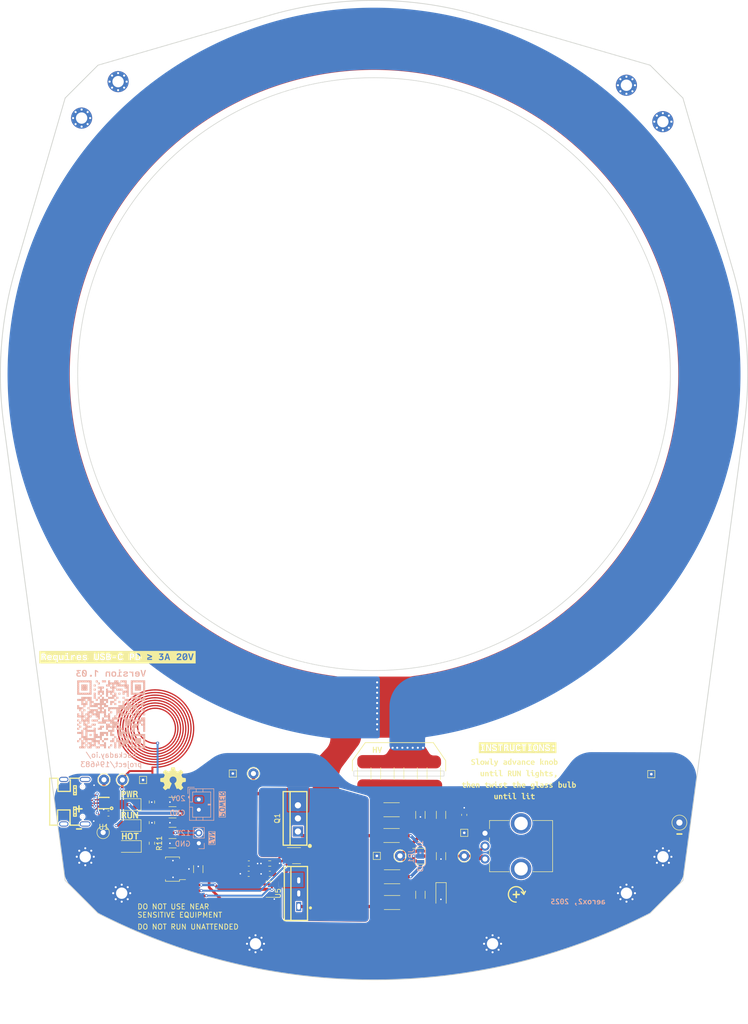
<source format=kicad_pcb>
(kicad_pcb (version 20240108) (generator "pcbnew") (generator_version "8.0")
  (title_block (title "Plasma Toroid Unified Driver") (date "2024-08-21") (rev "v1.02") (company "https://hackaday.io/project/194683") (comment 1 "sky-guided"))
  (layers (0 "F.Cu" signal) (31 "B.Cu" signal) (34 "B.Paste" user) (35 "F.Paste" user) (36 "B.SilkS" user "B.Silkscreen") (37 "F.SilkS" user "F.Silkscreen") (38 "B.Mask" user) (39 "F.Mask" user) (44 "Edge.Cuts" user))
  (net 0 "")
  (net 1 "+VDC")
  (net 2 "GND")
  (net 3 "+12V")
  (net 4 "/gate drive")
  (net 5 "Net-(D6-K)")
  (net 6 "/drain")
  (net 7 "Net-(Cp1-Pad1)")
  (net 8 "Net-(Q1-G)")
  (net 10 "Net-(D3-K)")
  (net 11 "Net-(D7-K)")
  (net 12 "+5V")
  (net 13 "Net-(D8-K)")
  (net 14 "Net-(C13-Pad1)")
  (net 15 "Net-(D5-K)")
  (net 16 "Net-(D6-A)")
  (net 18 "Net-(U4-SET)")
  (net 19 "Net-(U4-OT)")
  (net 66 "Net-(U1-D+)")
  (net 68 "Net-(U1-D-)")
  (net 69 "Net-(U1-CC1)")
  (net 70 "Net-(U1-CC2)")
  (net 73 "Net-(JP1-B)")
  (net 74 "Net-(U5-G)")
  (net 75 "Net-(JP1-A)")
  (footprint "_xenon_footprints:MountingHole_2.2mm_M2_Pad_Via_3.75mmHead" (layer "F.Cu") (at 248.96771 63.980654)
    (property "Reference" "H5" (hide yes))
    (property "Value" "MountingHole")
  )
  (footprint "kibuzzard-6619ED77" (layer "F.Cu") (at 152.69771 209.650654)
    (property "Reference" "kibuzzard-6619ED77" (hide yes))
    (property "Value" "G***" (hide yes))
  )
  (footprint "Package_TO_SOT_SMD:SOT-89-5" (layer "F.Cu") (at 160.89542 216.041308 180)
    (property "Reference" "U2" (hide yes))
    (property "Value" "XC6702")
  )
  (footprint "_capacitors:C_1808_HandSolder" (layer "F.Cu") (at 198.5 197.520654 -90)
    (property "Reference" "Cp4" (hide yes))
    (property "Value" "33pf")
  )
  (footprint "Diode_SMD:D_SOD-123" (layer "F.Cu") (at 213 221.020654 -90)
    (property "Reference" "D5" (hide yes))
    (property "Value" "4.3V")
  )
  (footprint "Capacitor_SMD:C_0603_1608Metric" (layer "F.Cu") (at 148.46771 205.250654 180)
    (property "Reference" "C1" (hide yes))
    (property "Value" "1uF")
  )
  (footprint "TestPoint:TestPoint_THTPad_D2.0mm_Drill1.0mm" (layer "F.Cu") (at 176.6 197.5)
    (property "Reference" "TP6" (hide yes))
    (property "Value" "drain")
  )
  (footprint "Resistor_SMD:R_0603_1608Metric" (layer "F.Cu") (at 156.900005 203.020654 -90)
    (property "Reference" "R4" (hide yes))
    (property "Value" "6.8k")
  )
  (footprint "Symbol:OSHW-Symbol_6.7x6mm_Copper" (layer "F.Cu") (at 160.99771 198.520654)
    (property "Reference" "SYM1" (hide yes))
    (property "Value" "Logo_Open_Hardware_Small" (hide yes))
  )
  (footprint "kibuzzard-678256E4" (layer "F.Cu") (at 228.120567 198.537993)
    (property "Reference" "kibuzzard-678256E4" (hide yes))
    (property "Value" "G***" (hide yes))
  )
  (footprint "Package_TO_SOT_SMD:SOT-23-5" (layer "F.Cu") (at 184.96021 213.430654)
    (property "Reference" "U4" (hide yes))
    (property "Value" "TMP708AIDBVR")
  )
  (footprint "_xenon_footprints:MountingHole_2.2mm_M2_Pad_Via_3.75mmHead" (layer "F.Cu") (at 176.99771 230.520654)
    (property "Reference" "H9" (hide yes))
    (property "Value" "MountingHole" (hide yes))
  )
  (footprint "TestPoint:TestPoint_THTPad_1.0x1.0mm_Drill0.5mm" (layer "F.Cu") (at 253.79771 197.620654 90)
    (property "Reference" "TPg5" (hide yes))
    (property "Value" "flash_gnd" (hide yes))
  )
  (footprint "Resistor_SMD:R_1206_3216Metric" (layer "F.Cu") (at 208.99771 221.020654 90)
    (property "Reference" "R8" (hide yes))
    (property "Value" "6.8k")
  )
  (footprint "_xenon_footprints:FEEDBACK_COIL" (layer "F.Cu") (at 157.49771 188.520654)
    (property "Reference" "L3" (hide yes))
    (property "Value" "8-turn pcb" (hide yes))
  )
  (footprint "TestPoint:TestPoint_THTPad_D2.5mm_Drill1.2mm" (layer "F.Cu") (at 259.25 207.020654)
    (property "Reference" "TPg6" (hide yes))
    (property "Value" "gnd_alt")
  )
  (footprint "kibuzzard-6619ED63" (layer "F.Cu") (at 152.61771 205.570654)
    (property "Reference" "kibuzzard-6619ED63" (hide yes))
    (property "Value" "G***" (hide yes))
  )
  (footprint "Capacitor_SMD:C_0603_1608Metric" (layer "F.Cu") (at 175.67771 216.950654 180)
    (property "Reference" "C12" (hide yes))
    (property "Value" "0.1uF")
  )
  (footprint "Capacitor_SMD:C_1206_3216Metric" (layer "F.Cu") (at 160.900005 207.020654 180)
    (property "Reference" "C10" (hide yes))
    (property "Value" "10uF")
  )
  (footprint "TestPoint:TestPoint_THTPad_1.0x1.0mm_Drill0.5mm" (layer "F.Cu") (at 200.53771 213.470654 -90)
    (property "Reference" "TPg2" (hide yes))
    (property "Value" "gate_gnd" (hide yes))
  )
  (footprint "Resistor_SMD:R_2010_5025Metric" (layer "F.Cu") (at 203.4 204.520654 180)
    (property "Reference" "Rg3" (hide yes))
    (property "Value" "10")
  )
  (footprint "kibuzzard-6637F496" (layer "F.Cu") (at 150.21771 174.930654)
    (property "Reference" "kibuzzard-6637F496" (hide yes))
    (property "Value" "G***" (hide yes))
  )
  (footprint "easyeda2kicad:TO-220-3_L10.2-W4.5-P2.54-L" (layer "F.Cu") (at 185.38771 220.760654 90)
    (property "Reference" "U5")
    (property "Value" "IV1Q12750O3")
  )
  (footprint "Resistor_SMD:R_1206_3216Metric" (layer "F.Cu") (at 212.99771 205.520654 -90)
    (property "Reference" "R10" (hide yes))
    (property "Value" "10k")
  )
  (footprint "TestPoint:TestPoint_THTPad_D2.0mm_Drill1.0mm" (layer "F.Cu") (at 147.59771 198.700654)
    (property "Reference" "TP2" (hide yes))
    (property "Value" "VDC")
  )
  (footprint "easyeda2kicad:USB-C-SMD_TYPE-C-16P-1" (layer "F.Cu") (at 142.205858 202.963453 -90)
    (property "Reference" "USB1" (hide yes))
    (property "Value" "TYPEC-304-ACP16")
  )
  (footprint "TestPoint:TestPoint_THTPad_D2.0mm_Drill1.0mm" (layer "F.Cu") (at 151.17771 198.740654 180)
    (property "Reference" "TP5" (hide yes))
    (property "Value" "feedback")
  )
  (footprint "easyeda2kicad:TO-220F-3_L10.2-W4.7-P2.54-L" (layer "F.Cu") (at 185.22771 206.200654 90)
    (property "Reference" "Q1")
    (property "Value" "NCEP02525F")
  )
  (footprint "_xenon_footprints:MountingHole_2.2mm_M2_Pad_Via_3.75mmHead" (layer "F.Cu") (at 222.99771 230.520654)
    (property "Reference" "H10" (hide yes))
    (property "Value" "MountingHole" (hide yes))
  )
  (footprint "Resistor_SMD:R_2010_5025Metric" (layer "F.Cu") (at 203.49771 217.520654 180)
    (property "Reference" "Rg1" (hide yes))
    (property "Value" "10")
  )
  (footprint "TestPoint:TestPoint_THTPad_1.0x1.0mm_Drill0.5mm" (layer "F.Cu") (at 217.5 209 180)
    (property "Reference" "TPg3" (hide yes))
    (property "Value" "bias_gnd" (hide yes))
  )
  (footprint "Capacitor_SMD:C_1206_3216Metric" (layer "F.Cu") (at 208.99771 205.520654 -90)
    (property "Reference" "C14" (hide yes))
    (property "Value" "6.8nF")
  )
  (footprint "LED_SMD:LED_1206_3216Metric" (layer "F.Cu") (at 152.54771 211.650654 180)
    (property "Reference" "D7" (hide yes))
    (property "Value" "HEAT" (hide yes))
  )
  (footprint "TestPoint:TestPoint_THTPad_D2.0mm_Drill1.0mm" (layer "F.Cu") (at 217.5 213.5 180)
    (property "Reference" "TP4" (hide yes))
    (property "Value" "bias")
  )
  (footprint "easyeda2kicad:TDFN-6_L2.0-W2.0-P0.65-TL-EP" (layer "F.Cu") (at 147.55771 203.220654 180)
    (property "Reference" "U1")
    (property "Value" "HUSB237-AA001-DN06R")
  )
  (footprint "_xenon_footprints:MountingHole_2.2mm_M2_Pad_Via_3.75mmHead" (layer "F.Cu") (at 150.33771 63.280654)
    (property "Reference" "H7" (hide yes))
    (property "Value" "MountingHole")
  )
  (footprint "kibuzzard-66C556ED" (layer "F.Cu") (at 199.99771 231.020654)
    (property "Reference" "kibuzzard-66C556ED" (hide yes))
    (property "Value" "G***" (hide yes))
  )
  (footprint "_xenon_footprints:MountingHole_2.2mm_M2_Pad_Via_3.75mmHead" (layer "F.Cu") (at 248.97771 220.710654)
    (property "Reference" "H4" (hide yes))
    (property "Value" "MountingHole" (hide yes))
  )
  (footprint "Package_TO_SOT_SMD:TSOT-23" (layer "F.Cu") (at 208.99771 213.520654)
    (property "Reference" "D8" (hide yes))
    (property "Value" "15v")
  )
  (footprint "_capacitors:C_1808_HandSolder" (layer "F.Cu") (at 207.49771 197.520654 -90)
    (property "Reference" "Cp2" (hide yes))
    (property "Value" "33pf")
  )
  (footprint "_xenon_footprints:Potentiometer_Bourns_PTV09A-1_Single_Vertical_larger_mount_holes" (layer "F.Cu") (at 221.52771 214.080654)
    (property "Reference" "RV1" (hide yes))
    (property "Value" "10k")
  )
  (footprint "Resistor_SMD:R_0603_1608Metric" (layer "F.Cu") (at 156.89771 207.020654 90)
    (property "Reference" "R9" (hide yes))
    (property "Value" "680")
  )
  (footprint "kibuzzard-66C556E1" (layer "F.Cu") (at 199.99771 233.720654)
    (property "Reference" "kibuzzard-66C556E1" (hide yes))
    (property "Value" "G***" (hide yes))
  )
  (footprint "Capacitor_SMD:C_0603_1608Metric" (layer "F.Cu") (at 179.77771 216.950654 180)
    (property "Reference" "C7" (hide yes))
    (property "Value" "1nF")
  )
  (footprint "_xenon_footprints:L_Bourns_SRR1260_nosilkscreen" (layer "F.Cu") (at 174.99771 207.020654)
    (property "Reference" "L1" (hide yes))
    (property "Value" "6.8uH")
  )
  (footprint "TestPoint:TestPoint_THTPad_D2.0mm_Drill1.0mm" (layer "F.Cu") (at 147.43771 208.930654)
    (property "Reference" "TP1" (hide yes))
    (property "Value" "GND")
  )
  (footprint "_xenon_footprints:MountingHole_2.2mm_M2_Pad_Via_3.75mmHead" (layer "F.Cu") (at 256.04771 213.650654)
    (property "Reference" "H3" (hide yes))
    (property "Value" "MountingHole" (hide yes))
  )
  (footprint "TestPoint:TestPoint_THTPad_1.0x1.0mm_Drill0.5mm" (layer "F.Cu") (at 172.6 197.5)
    (property "Reference" "TPg1" (hide yes))
    (property "Value" "drain_gnd" (hide yes))
  )
  (footprint "_xenon_footprints:MountingHole_2.2mm_M2_Pad_Via_3.75mmHead" (layer "F.Cu") (at 143.96771 213.640654)
    (property "Reference" "H1" (hide yes))
    (property "Value" "MountingHole" (hide yes))
  )
  (footprint "Resistor_SMD:R_1206_3216Metric" (layer "F.Cu") (at 212.99771 213.520654 90)
    (property "Reference" "R12" (hide yes))
    (property "Value" "1k")
  )
  (footprint "Capacitor_SMD:C_1206_3216Metric" (layer "F.Cu") (at 160.900005 211.020654 180)
    (property "Reference" "C4" (hide yes))
    (property "Value" "10uF")
  )
  (footprint "Resistor_SMD:R_2010_5025Metric" (layer "F.Cu") (at 203.49771 222.520654 180)
    (property "Reference" "Rg2" (hide yes))
    (property "Value" "10")
  )
  (footprint "_capacitors:C_1808_HandSolder" (layer "F.Cu") (at 202.99771 197.520654 -90)
    (property "Reference" "Cp3" (hide yes))
    (property "Value" "33pf")
  )
  (footprint "Resistor_SMD:R_0603_1608Metric" (layer "F.Cu") (at 156.900005 211.020654 -90)
    (property "Reference" "R11")
    (property "Value" "680")
  )
  (footprint "Capacitor_SMD:C_0603_1608Metric" (layer "F.Cu") (at 217.49771 205.520654 90)
    (property "Reference" "C13" (hide yes))
    (property "Value" "1nF")
  )
  (footprint "kibuzzard-6619ED70" (layer "F.Cu") (at 152.58771 201.490654)
    (property "Reference" "kibuzzard-6619ED70" (hide yes))
    (property "Value" "G***" (hide yes))
  )
  (footprint "_capacitors:C_1808_HandSolder" (layer "F.Cu") (at 211.99771 197.520654 -90)
    (property "Reference" "Cp1" (hide yes))
    (property "Value" "33pf")
  )
  (footprint "LED_SMD:LED_1206_3216Metric" (layer "F.Cu") (at 152.49771 207.590654 180)
    (property "Reference" "D6" (hide yes))
    (property "Value" "RUN" (hide yes))
  )
  (footprint "Capacitor_SMD:C_0603_1608Metric" (layer "F.Cu") (at 175.705 214.950654)
    (property "Reference" "C11" (hide yes))
    (property "Value" "0.1uF")
  )
  (footprint "_xenon_footprints:MountingHole_2.2mm_M2_Pad_Via_3.75mmHead" (layer "F.Cu") (at 143.25771 70.350654)
    (property "Reference" "H8" (hide yes))
    (property "Value" "MountingHole")
  )
  (footprint "TestPoint:TestPoint_THTPad_1.0x1.0mm_Drill0.5mm" (layer "F.Cu") (at 155.17771 198.740654 180)
    (property "Reference" "TPg4" (hide yes))
    (property "Value" "feedback_gnd" (hide yes))
  )
  (footprint "Package_TO_SOT_SMD:SOT-23" (layer "F.Cu") (at 179.67771 219.950654 180)
    (property "Reference" "U3" (hide yes))
    (property "Value" "MCP1754ST")
  )
  (footprint "Resistor_SMD:R_2010_5025Metric" (layer "F.Cu") (at 203.4 209.520654 180)
    (property "Reference" "Rg4" (hide yes))
    (property "Value" "10")
  )
  (footprint "_xenon_footprints:MountingHole_2.2mm_M2_Pad_Via_3.75mmHead" (layer "F.Cu") (at 256.03771 71.050654)
    (property "Reference" "H6" (hide yes))
    (property "Value" "MountingHole")
  )
  (footprint "LED_SMD:LED_1206_3216Metric" (layer "F.Cu") (at 152.49771 203.510654 180)
    (property "Reference" "D3" (hide yes))
    (property "Value" "PWR" (hide yes))
  )
  (footprint "Capacitor_SMD:C_1206_3216Metric" (layer "F.Cu") (at 165.89313 216.041308 90)
    (property "Reference" "C5" (hide yes))
    (property "Value" "10uF")
  )
  (footprint "TestPoint:TestPoint_THTPad_D2.0mm_Drill1.0mm" (layer "F.Cu") (at 205.03771 213.470654 -90)
    (property "Reference" "TP3" (hide yes))
    (property "Value" "gate")
  )
  (footprint "_xenon_footprints:MountingHole_2.2mm_M2_Pad_Via_3.75mmHead" (layer "F.Cu") (at 151.03771 220.710654)
    (property "Reference" "H2" (hide yes))
    (property "Value" "MountingHole" (hide yes))
  )
  (footprint "Resistor_SMD:R_0603_1608Metric" (layer "F.Cu") (at 179.75541 214.950654 180)
    (property "Reference" "R7" (hide yes))
    (property "Value" "47k")
  )
  (footprint "Capacitor_SMD:C_1206_3216Metric" (layer "F.Cu") (at 160.89771 203.020654 180)
    (property "Reference" "C9" (hide yes))
    (property "Value" "10uF")
  )
  (footprint "kibuzzard-66C555BE" (layer "F.Cu") (at 227.85771 192.480654)
    (property "Reference" "kibuzzard-66C555BE" (hide yes))
    (property "Value" "G***" (hide yes))
  )
  (footprint "Connector_PinSocket_2.00mm:PinSocket_1x02_P2.00mm_Vertical" (layer "B.Cu") (at 165.99771 211.020654)
    (property "Reference" "J2" (hide yes))
    (property "Value" "fan header")
  )
  (footprint "walking-boat:Walking boat 0.8" (layer "B.Cu") (at 239.34771 216.970654 180)
    (property "Reference" "G***" (hide yes))
    (property "Value" "LOGO" (hide yes))
  )
  (footprint "_xenon_footprints:hackadayio qr code" (layer "B.Cu") (at 148.99771 186.020654 180)
    (property "Reference" "QR*****" (hide yes))
    (property "Value" "hackaday.io/")
  )
  (footprint "Connector_JST:JST_PH_B2B-PH-K_1x02_P2.00mm_Vertical" (layer "B.Cu") (at 165.99771 202.520654 -90)
    (property "Reference" "J1" (hide yes))
    (property "Value" "JST-XH")
  )
  (footprint "kibuzzard-67825B16" (layer "B.Cu") (at 239.59771 222.440654 180)
    (property "Reference" "kibuzzard-67825B16" (hide yes))
    (property "Value" "G***" (hide yes))
  )
  (footprint "LOGO" (layer "B.Cu") (at 239.43771 203.010654 180)
    (property "Reference" "G***" (hide yes))
    (property "Value" "LOGO" (hide yes))
  )
  (footprint "kibuzzard-66EB7AC2" (layer "B.Cu") (at 148.99771 178.020654 180)
    (property "Reference" "kibuzzard-66EB7AC2" (hide yes))
    (property "Value" "G***" (hide yes))
  )
  (footprint "_xenon_footprints:plasmadonut_inductor_2layer_115mm_integrated" (layer "B.Cu") (at 199.99771 120.020654 180)
    (property "Reference" "L2" (hide yes))
    (property "Value" "1.9uH" (hide yes))
    (fp_circle (center 0 0) (end -57.5 0) (stroke (width 0.12)) (fill none) (layer "Edge.Cuts"))
  )
  (footprint "Jumper:SolderJumper-3_P1.3mm_Bridged2Bar12_RoundedPad1.0x1.5mm_NumberLabels" (layer "B.Cu") (at 208.99771 213.520654 -90)
    (property "Reference" "JP1")
    (property "Value" "Jumper_3_Bridged12")
  )
  (gr_line (start 229.06771 220.940654) (end 229.36771 220.340654) (stroke (width 0.25)) (layer "F.SilkS"))
  (gr_line (start 229.06771 220.940654) (end 228.56771 220.440654) (stroke (width 0.25)) (layer "F.SilkS"))
  (gr_line (start 213.9 195) (end 211.5 191.5) (stroke (width 0.15)) (layer "F.SilkS"))
  (gr_line (start 195.8 195) (end 198.3 191.5) (stroke (width 0.15)) (layer "F.SilkS"))
  (gr_line (start 198.3 191.5) (end 211.5 191.5) (stroke (width 0.15)) (layer "F.SilkS"))
  (gr_arc (start 227.56771 222.440654) (mid 226.507053 219.880092) (end 229.06771 220.940654) (stroke (width 0.25)) (layer "F.SilkS"))
  (gr_line (start 195.8 195) (end 195.8 197) (stroke (width 0.15)) (layer "F.SilkS"))
  (gr_line (start 213.9 195) (end 213.9 197) (stroke (width 0.15)) (layer "F.SilkS"))
  (gr_line (start 140.07041 218.237852) (end 146.434371 224.601813) (stroke (width 0.15)) (layer "Edge.Cuts"))
  (gr_line (start 179.753811 50.404316) (end 146.434371 60.093354) (stroke (width 0.15)) (layer "Edge.Cuts"))
  (gr_line (start 130.381372 99.776755) (end 140.07041 66.457315) (stroke (width 0.15)) (layer "Edge.Cuts"))
  (gr_line (start 271.84906 129.697092) (end 259.92501 218.237852) (stroke (width 0.15)) (layer "Edge.Cuts"))
  (gr_arc (start 253.561049 224.601813) (mid 199.99771 237.520654) (end 146.434371 224.601813) (stroke (width 0.15)) (layer "Edge.Cuts"))
  (gr_line (start 259.92501 218.237852) (end 253.561049 224.601813) (stroke (width 0.15)) (layer "Edge.Cuts"))
  (gr_rect (start 196.075 197) (end 213.575 198) (stroke (width 0.1)) (fill none) (layer "Edge.Cuts"))
  (gr_line (start 220.241609 50.404316) (end 253.561049 60.093354) (stroke (width 0.15)) (layer "Edge.Cuts"))
  (gr_arc (start 269.614048 99.776755) (mid 272.296281 114.62004) (end 271.84906 129.697092) (stroke (width 0.15)) (layer "Edge.Cuts"))
  (gr_arc (start 128.14636 129.697092) (mid 127.699139 114.62004) (end 130.381372 99.776755) (stroke (width 0.15)) (layer "Edge.Cuts"))
  (gr_line (start 128.14636 129.697092) (end 140.07041 218.237852) (stroke (width 0.15)) (layer "Edge.Cuts"))
  (gr_line (start 269.614048 99.776755) (end 259.92501 66.457315) (stroke (width 0.15)) (layer "Edge.Cuts"))
  (gr_line (start 146.434371 60.093354) (end 140.07041 66.457315) (stroke (width 0.15)) (layer "Edge.Cuts"))
  (gr_line (start 259.92501 66.457315) (end 253.561049 60.093354) (stroke (width 0.15)) (layer "Edge.Cuts"))
  (gr_arc (start 179.753811 50.404316) (mid 199.99771 47.520654) (end 220.241609 50.404316) (stroke (width 0.15)) (layer "Edge.Cuts"))
  (gr_text "POWER" (at 170.49771 203.520654 270) (layer "B.SilkS" knockout) (effects (font (size 1 1)) (justify mirror)))
  (gr_text "20V" (at 163.49771 202.920654 0) (layer "B.SilkS") (effects (font (size 1 1)) (justify left bottom mirror)))
  (gr_text "GND" (at 163.49771 205.720654 0) (layer "B.SilkS") (effects (font (size 1 1)) (justify left bottom mirror)))
  (gr_text "FAN" (at 168.49771 210.020654 270) (layer "B.SilkS" knockout) (effects (font (size 1 1)) (justify mirror)))
  (gr_text "12V" (at 164.49771 209.620654 0) (layer "B.SilkS") (effects (font (size 1 1)) (justify left bottom mirror)))
  (gr_text "GND" (at 164.49771 211.720654 0) (layer "B.SilkS") (effects (font (size 1 1)) (justify left bottom mirror)))
  (gr_text "HV" (at 199.49771 193.520654 0) (layer "F.SilkS") (effects (font (size 1 1) (thickness 0.2) (bold yes)) (justify left bottom)))
  (gr_text "+" (at 226.46771 221.740654 0) (layer "F.SilkS") (effects (font (size 1.5 1.5) (thickness 0.3) (bold yes)) (justify left bottom)))
  (gr_text "-" (at 259.25 210 0) (layer "F.SilkS") (effects (font (size 1.5 1.2) (thickness 0.3) (bold yes)) (justify bottom)))
  (gr_text "+" (at 142.75 205.120654 0) (layer "F.SilkS") (effects (font (size 1.5 1.5) (thickness 0.3) (bold yes)) (justify bottom)))
  (gr_text "DO NOT RUN UNATTENDED" (at 153.99771 227.820654 0) (layer "F.SilkS") (effects (font (size 1 1)) (justify left bottom)))
  (gr_text "DO NOT USE NEAR\nSENSITIVE EQUIPMENT" (at 153.99771 225.520654 0) (layer "F.SilkS") (effects (font (size 1 1)) (justify left bottom)))
  (gr_text "-" (at 142.75 209.020654 0) (layer "F.SilkS") (effects (font (size 1.5 1.2) (thickness 0.3) (bold yes)) (justify bottom)))
  (segment (start 158.045912 217.520654) (end 157.79811 217.272852) (width 0.508) (layer "F.Cu") (net 1))
  (segment (start 149.35751 201.770454) (end 149.35751 203.220654) (width 0.635) (layer "F.Cu") (net 1))
  (segment (start 152.47771 203.510654) (end 152.48771 203.520654) (width 0.635) (layer "F.Cu") (net 1))
  (segment (start 168 218.5) (end 168 219.58462) (width 0.508) (layer "F.Cu") (net 1))
  (segment (start 174.93 214.950654) (end 168.549346 214.950654) (width 0.508) (layer "F.Cu") (net 1))
  (segment (start 162.69771 213.020654) (end 162.74542 213.068364) (width 0.508) (layer "F.Cu") (net 1))
  (segment (start 148.39771 200.810654) (end 149.35751 201.770454) (width 0.635) (layer "F.Cu") (net 1))
  (segment (start 150.80771 203.220654) (end 151.09771 203.510654) (width 0.635) (layer "F.Cu") (net 1))
  (segment (start 157.79811 214.020254) (end 158.79771 213.020654) (width 0.508) (layer "F.Cu") (net 1))
  (segment (start 148.55771 203.220654) (end 150.80771 203.220654) (width 0.635) (layer "F.Cu") (net 1))
  (segment (start 162.37271 207.041312) (end 162.37271 211.041312) (width 0.635) (layer "F.Cu") (net 1))
  (segment (start 148.17771 206.800654) (end 146.83771 206.800654) (width 0.635) (layer "F.Cu") (net 1))
  (segment (start 150.80771 203.220654) (end 150.88771 203.300654) (width 0.635) (layer "F.Cu") (net 1))
  (segment (start 148.150509 200.563453) (end 148.39771 200.810654) (width 0.635) (layer "F.Cu") (net 1))
  (segment (start 168.549346 214.950654) (end 167.9928 215.5072) (width 0.508) (layer "F.Cu") (net 1))
  (segment (start 208.99771 224.886472) (end 208.99771 222.980864) (width 0.508) (layer "F.Cu") (net 1))
  (segment (start 159.04542 217.520654) (end 158.045912 217.520654) (width 0.508) (layer "F.Cu") (net 1))
  (segment (start 146.83771 206.800654) (end 145.400509 205.363453) (width 0.635) (layer "F.Cu") (net 1))
  (segment (start 175.134534 226.719154) (end 207.165028 226.719154) (width 0.508) (layer "F.Cu") (net 1))
  (segment (start 149.27771 203.300654) (end 149.27761 203.300754) (width 0.635) (layer "F.Cu") (net 1))
  (segment (start 149.35751 203.220654) (end 150.80771 203.220654) (width 0.635) (layer "F.Cu") (net 1))
  (segment (start 149.27761 205.215754) (end 149.24271 205.250654) (width 0.635) (layer "F.Cu") (net 1))
  (segment (start 144.615858 200.563453) (end 148.150509 200.563453) (width 0.635) (layer "F.Cu") (net 1))
  (segment (start 149.27761 203.300754) (end 149.27761 205.215754) (width 0.635) (layer "F.Cu") (net 1))
  (segment (start 158.79771 213.020654) (end 162.69771 213.020654) (width 0.508) (layer "F.Cu") (net 1))
  (segment (start 147.59771 200.010654) (end 148.39771 200.810654) (width 0.635) (layer "F.Cu") (net 1))
  (segment (start 162.37271 203.020654) (end 162.37271 205.190668) (width 0.635) (layer "F.Cu") (net 1))
  (segment (start 150.88771 203.300654) (end 149.27771 203.300654) (width 0.635) (layer "F.Cu") (net 1))
  (segment (start 167.9928 218.4928) (end 168 218.5) (width 0.508) (layer "F.Cu") (net 1))
  (segment (start 167.9928 213.125564) (end 167.99771 213.120654) (width 0.508) (layer "F.Cu") (net 1))
  (segment (start 149.24271 205.250654) (end 149.24271 205.735654) (width 0.635) (layer "F.Cu") (net 1))
  (segment (start 151.09771 203.510654) (end 152.47771 203.510654) (width 0.635) (layer "F.Cu") (net 1))
  (segment (start 162.74542 213.068364) (end 162.74542 214.520654) (width 0.508) (layer "F.Cu") (net 1))
  (segment (start 208.99771 222.980864) (end 208.5 222.483154) (width 0.508) (layer "F.Cu") (net 1))
  (segment (start 150.88771 203.300654) (end 151.09771 203.510654) (width 0.635) (layer "F.Cu") (net 1))
  (segment (start 207.165028 226.719154) (end 208.99771 224.886472) (width 0.508) (layer "F.Cu") (net 1))
  (segment (start 167.9928 215.5072) (end 167.9928 218.4928) (width 0.508) (layer "F.Cu") (net 1))
  (segment (start 162.37271 203.041312) (end 162.37271 207.041312) (width 0.635) (layer "F.Cu") (net 1))
  (segment (start 157.79811 217.272852) (end 157.79811 214.020254) (width 0.508) (layer "F.Cu") (net 1))
  (segment (start 147.59771 198.700654) (end 147.59771 200.010654) (width 0.635) (layer "F.Cu") (net 1))
  (segment (start 167.9928 215.5072) (end 167.9928 213.125564) (width 0.508) (layer "F.Cu") (net 1))
  (segment (start 168 219.58462) (end 175.134534 226.719154) (width 0.508) (layer "F.Cu") (net 1))
  (segment (start 145.400509 205.363453) (end 144.615858 205.363453) (width 0.635) (layer "F.Cu") (net 1))
  (segment (start 149.24271 205.735654) (end 148.17771 206.800654) (width 0.635) (layer "F.Cu") (net 1))
  (segment (start 164.79771 201.320654) (end 165.99771 202.520654) (width 0.381) (layer "F.Cu") (net 1))
  (segment (start 170.15 207) (end 167.5 207) (width 0.508) (layer "F.Cu") (net 1))
  (via (at 152.48771 203.520654) (size 0.6) (drill 0.3) (layers "F.Cu" "B.Cu") (net 1))
  (via (at 162.37271 205.190668) (size 0.6) (drill 0.3) (layers "F.Cu" "B.Cu") (net 1))
  (segment (start 154.157724 205.190668) (end 162.37271 205.190668) (width 0.635) (layer "B.Cu") (net 1))
  (segment (start 152.48771 203.520654) (end 154.157724 205.190668) (width 0.635) (layer "B.Cu") (net 1))
  (segment (start 147.55771 204.450654) (end 147.53771 204.470654) (width 0.2032) (layer "F.Cu") (net 2))
  (segment (start 147.55771 203.220654) (end 147.55771 204.450654) (width 0.2032) (layer "F.Cu") (net 2))
  (segment (start 213 222.966721) (end 213 221.816721) (width 0.381) (layer "F.Cu") (net 2))
  (segment (start 178.057712 214.950654) (end 178.05771 214.950656) (width 0.381) (layer "F.Cu") (net 2))
  (segment (start 177.397712 214.950654) (end 177.407712 214.960654) (width 0.381) (layer "F.Cu") (net 2))
  (segment (start 208.99771 205.920654) (end 208.99771 206.995654) (width 0.508) (layer "F.Cu") (net 2))
  (segment (start 147.53771 205.095654) (end 147.53771 204.470654) (width 0.2032) (layer "F.Cu") (net 2))
  (segment (start 159.42271 207.041312) (end 160.39771 207.041312) (width 0.381) (layer "F.Cu") (net 2))
  (segment (start 180.61521 221.818154) (end 180.64771 221.850654) (width 0.381) (layer "F.Cu") (net 2))
  (segment (start 160.99771 217.630654) (end 160.99771 216.143598) (width 0.508) (layer "F.Cu") (net 2))
  (segment (start 181.13521 220.970654) (end 180.04771 220.970654) (width 0.381) (layer "F.Cu") (net 2))
  (segment (start 179.00271 216.950654) (end 178.104075 216.950654) (width 0.381) (layer "F.Cu") (net 2))
  (segment (start 174.90271 216.950654) (end 174.06771 216.950654) (width 0.381) (layer "F.Cu") (net 2))
  (segment (start 180.61521 220.900654) (end 180.61521 221.818154) (width 0.381) (layer "F.Cu") (net 2))
  (segment (start 183.15771 213.430654) (end 181.66771 214.920654) (width 0.381) (layer "F.Cu") (net 2))
  (segment (start 145.040509 206.163453) (end 144.615858 206.163453) (width 0.508) (layer "F.Cu") (net 2))
  (segment (start 213 214.746915) (end 213 214.1) (width 0.381) (layer "F.Cu") (net 2))
  (segment (start 160.97771 214.390654) (end 160.97771 215.959018) (width 0.508) (layer "F.Cu") (net 2))
  (segment (start 145.60771 206.730654) (end 145.040509 206.163453) (width 0.508) (layer "F.Cu") (net 2))
  (segment (start 145.670509 199.763453) (end 144.615858 199.763453) (width 0.508) (layer "F.Cu") (net 2))
  (segment (start 176.48 214.950654) (end 177.397712 214.950654) (width 0.381) (layer "F.Cu") (net 2))
  (segment (start 178.93041 214.950654) (end 178.057712 214.950654) (width 0.381) (layer "F.Cu") (net 2))
  (segment (start 183.82271 213.430654) (end 183.15771 213.430654) (width 0.381) (layer "F.Cu") (net 2))
  (segment (start 178.104075 216.950654) (end 178.08771 216.967019) (width 0.381) (layer "F.Cu") (net 2))
  (segment (start 156.89771 207.054808) (end 156.89771 207.691312) (width 0.381) (layer "F.Cu") (net 2))
  (segment (start 160.39771 211.041312) (end 159.42271 211.041312) (width 0.381) (layer "F.Cu") (net 2))
  (segment (start 147.69271 205.250654) (end 147.53771 205.095654) (width 0.2032) (layer "F.Cu") (net 2))
  (segment (start 159.42271 203.041312) (end 160.39771 203.041312) (width 0.381) (layer "F.Cu") (net 2))
  (segment (start 165.89313 214.566308) (end 165.89313 215.516308) (width 0.381) (layer "F.Cu") (net 2))
  (segment (start 164.08771 216.010654) (end 160.926074 216.010654) (width 0.508) (layer "F.Cu") (net 2))
  (segment (start 156.904464 207.048054) (end 156.89771 207.054808) (width 0.381) (layer "F.Cu") (net 2))
  (segment (start 145.67771 199.770654) (end 145.670509 199.763453) (width 0.508) (layer "F.Cu") (net 2))
  (segment (start 174.06771 216.950654) (end 174.05771 216.940654) (width 0.381) (layer "F.Cu") (net 2))
  (segment (start 217.5 204.5) (end 217.5 204.141312) (width 0.381) (layer "F.Cu") (net 2))
  (segment (start 156.89771 203.078103) (end 156.89771 203.866312) (width 0.381) (layer "F.Cu") (net 2))
  (segment (start 156.867661 203.048054) (end 156.89771 203.078103) (width 0.381) (layer "F.Cu") (net 2))
  (via (at 160.39771 207.041312) (size 0.6) (drill 0.3) (layers "F.Cu" "B.Cu") (net 2))
  (via (at 180.64771 221.850654) (size 0.6) (drill 0.3) (layers "F.Cu" "B.Cu") (net 2))
  (via (at 174.05771 216.940654) (size 0.6) (drill 0.3) (layers "F.Cu" "B.Cu") (net 2))
  (via (at 160.97771 214.390654) (size 0.6) (drill 0.3) (layers "F.Cu" "B.Cu") (net 2))
  (via (at 156.867661 203.048054) (size 0.6) (drill 0.3) (layers "F.Cu" "B.Cu") (net 2))
  (via (at 156.904464 207.048054) (size 0.6) (drill 0.3) (layers "F.Cu" "B.Cu") (net 2))
  (via (at 164.08771 216.010654) (size 0.6) (drill 0.3) (layers "F.Cu" "B.Cu") (net 2))
  (via (at 181.66771 214.920654) (size 0.6) (drill 0.3) (layers "F.Cu" "B.Cu") (net 2))
  (via (at 160.99771 217.630654) (size 0.6) (drill 0.3) (layers "F.Cu" "B.Cu") (net 2))
  (via (at 160.39771 211.041312) (size 0.6) (drill 0.3) (layers "F.Cu" "B.Cu") (net 2))
  (via (at 160.39771 203.041312) (size 0.6) (drill 0.3) (layers "F.Cu" "B.Cu") (net 2))
  (via (at 217.5 204.141312) (size 0.6) (drill 0.3) (layers "F.Cu" "B.Cu") (net 2))
  (via (at 165.89313 215.516308) (size 0.6) (drill 0.3) (layers "F.Cu" "B.Cu") (net 2))
  (via (at 178.08771 216.967019) (size 0.6) (drill 0.3) (layers "F.Cu" "B.Cu") (net 2))
  (via (at 177.407712 214.960654) (size 0.6) (drill 0.3) (layers "F.Cu" "B.Cu") (net 2))
  (via (at 208.99771 205.920654) (size 0.6) (drill 0.3) (layers "F.Cu" "B.Cu") (net 2))
  (via (at 147.53771 204.470654) (size 0.6) (drill 0.3) (layers "F.Cu" "B.Cu") (net 2))
  (via (at 145.67771 199.770654) (size 0.6) (drill 0.3) (layers "F.Cu" "B.Cu") (net 2))
  (via (at 145.60771 206.730654) (size 0.6) (drill 0.3) (layers "F.Cu" "B.Cu") (net 2))
  (via (at 178.05771 214.950656) (size 0.6) (drill 0.3) (layers "F.Cu" "B.Cu") (net 2))
  (via (at 212.974512 221.9) (size 0.6) (drill 0.3) (layers "F.Cu" "B.Cu") (net 2))
  (via (at 212.987986 214.087986) (size 0.6) (drill 0.3) (layers "F.Cu" "B.Cu") (net 2))
  (segment (start 161.46771 208.990654) (end 159.28771 208.990654) (width 0.508) (layer "F.Cu") (net 3))
  (segment (start 156.67771 213.880654) (end 156.67771 217.086398) (width 0.508) (layer "F.Cu") (net 3))
  (segment (start 162.74542 217.541308) (end 162.74542 218.978364) (width 0.508) (layer "F.Cu") (net 3))
  (segment (start 169.18771 219.150654) (end 169.13771 219.100654) (width 0.381) (layer "F.Cu") (net 3))
  (segment (start 172.58771 219.950654) (end 178.74021 219.950654) (width 0.381) (layer "F.Cu") (net 3))
  (segment (start 158.08771 212.470654) (end 156.67771 213.880654) (width 0.508) (layer "F.Cu") (net 3))
  (segment (start 162.74542 217.541308) (end 162.74542 218.998364) (width 0.381) (layer "F.Cu") (net 3))
  (segment (start 162.87771 219.110654) (end 158.701966 219.110654) (width 0.381) (layer "F.Cu") (net 3))
  (segment (start 169.13771 219.100654) (end 169.98771 219.950654) (width 0.508) (layer "F.Cu") (net 3))
  (segment (start 162.74542 218.978364) (end 162.87771 219.110654) (width 0.508) (layer "F.Cu") (net 3))
  (segment (start 159.28771 208.990654) (end 158.08771 210.190654) (width 0.508) (layer "F.Cu") (net 3))
  (segment (start 162.87771 219.110654) (end 162.86771 219.120654) (width 0.381) (layer "F.Cu") (net 3))
  (segment (start 162.74542 218.998364) (end 162.86771 219.120654) (width 0.381) (layer "F.Cu") (net 3))
  (segment (start 158.08771 210.190654) (end 158.08771 212.470654) (width 0.508) (layer "F.Cu") (net 3))
  (segment (start 156.67771 217.086398) (end 158.701966 219.110654) (width 0.508) (layer "F.Cu") (net 3))
  (segment (start 169.98771 219.950654) (end 178.74021 219.950654) (width 0.508) (layer "F.Cu") (net 3))
  (segment (start 165.89542 217.520654) (end 162.79771 217.520654) (width 0.508) (layer "F.Cu") (net 3))
  (segment (start 158.701966 219.110654) (end 166.48771 219.110654) (width 0.508) (layer "F.Cu") (net 3))
  (via (at 166.48771 219.110654) (size 0.6) (drill 0.3) (layers "F.Cu" "B.Cu") (net 3))
  (via (at 169.13771 219.100654) (size 0.6) (drill 0.3) (layers "F.Cu" "B.Cu") (net 3))
  (via (at 161.46771 208.990654) (size 0.6) (drill 0.3) (layers "F.Cu" "B.Cu") (net 3))
  (via (at 166.48771 219.110654) (size 0.6) (drill 0.3) (layers "F.Cu" "B.Cu") (net 3))
  (segment (start 161.46771 208.990654) (end 165.96771 208.990654) (width 0.508) (layer "B.Cu") (net 3))
  (segment (start 166.49771 219.100654) (end 166.48771 219.110654) (width 0.508) (layer "B.Cu") (net 3))
  (segment (start 169.13771 219.100654) (end 166.49771 219.100654) (width 0.508) (layer "B.Cu") (net 3))
  (segment (start 169.12771 219.110654) (end 169.13771 219.100654) (width 0.381) (layer "B.Cu") (net 3))
  (segment (start 165.96771 208.990654) (end 165.99771 209.020654) (width 0.508) (layer "B.Cu") (net 3))
  (segment (start 210.90771 203.810654) (end 210.38771 203.290654) (width 0.635) (layer "F.Cu") (net 4))
  (segment (start 207.67771 214.460654) (end 207.68771 214.470654) (width 0.635) (layer "F.Cu") (net 4))
  (segment (start 205.03771 213.470654) (end 206.02771 214.460654) (width 0.635) (layer "F.Cu") (net 4))
  (segment (start 207.68771 214.470654) (end 207.68771 213.530654) (width 0.635) (layer "F.Cu") (net 4))
  (segment (start 205.03771 213.470654) (end 210.90771 207.600654) (width 0.635) (layer "F.Cu") (net 4))
  (segment (start 213 203.022944) (end 213 204.220654) (width 0.55) (layer "F.Cu") (net 4))
  (segment (start 210.90771 207.600654) (end 210.90771 203.810654) (width 0.635) (layer "F.Cu") (net 4))
  (segment (start 206.02771 214.460654) (end 207.67771 214.460654) (width 0.635) (layer "F.Cu") (net 4))
  (segment (start 207.68771 213.530654) (end 207.67771 213.520654) (width 0.635) (layer "F.Cu") (net 4))
  (via (at 207.67771 213.520654) (size 0.6) (drill 0.3) (layers "F.Cu" "B.Cu") (net 4))
  (segment (start 208.99771 213.520654) (end 207.67771 213.520654) (width 0.635) (layer "B.Cu") (net 4))
  (segment (start 155.706641 206.195654) (end 156.89771 206.195654) (width 0.508) (layer "F.Cu") (net 5))
  (segment (start 153.89771 207.590654) (end 154.311641 207.590654) (width 0.508) (layer "F.Cu") (net 5))
  (segment (start 154.311641 207.590654) (end 155.706641 206.195654) (width 0.508) (layer "F.Cu") (net 5))
  (segment (start 176.6 200.85) (end 177.15 201.4) (width 0.635) (layer "F.Cu") (net 6))
  (segment (start 176.6 197.5) (end 176.6 200.85) (width 0.635) (layer "F.Cu") (net 6))
  (segment (start 177.15 201.4) (end 177.9 201.4) (width 0.635) (layer "F.Cu") (net 6))
  (via (at 208.49771 192.5) (size 0.8) (drill 0.4) (layers "F.Cu" "B.Cu") (net 7))
  (via (at 203.6 192.5) (size 0.8) (drill 0.4) (layers "F.Cu" "B.Cu") (net 7))
  (via (at 204.49771 192.5) (size 0.8) (drill 0.4) (layers "F.Cu" "B.Cu") (net 7))
  (via (at 207.49771 192.5) (size 0.8) (drill 0.4) (layers "F.Cu" "B.Cu") (net 7))
  (via (at 206.49771 192.5) (size 0.8) (drill 0.4) (layers "F.Cu" "B.Cu") (net 7))
  (via (at 205.49771 192.5) (size 0.8) (drill 0.4) (layers "F.Cu" "B.Cu") (net 7))
  (via (at 209.49771 192.5) (size 0.8) (drill 0.4) (layers "F.Cu" "B.Cu") (net 7))
  (segment (start 201.0875 209.520654) (end 201.0575 209.550654) (width 0.635) (layer "F.Cu") (net 8))
  (segment (start 200.99771 204.610444) (end 200.99771 209.520654) (width 0.635) (layer "F.Cu") (net 8))
  (segment (start 186.03771 209.550654) (end 185.22771 208.740654) (width 0.635) (layer "F.Cu") (net 8))
  (segment (start 201.0575 209.550654) (end 186.03771 209.550654) (width 0.635) (layer "F.Cu") (net 8))
  (segment (start 155.706641 202.195654) (end 154.391641 203.510654) (width 0.508) (layer "F.Cu") (net 10))
  (segment (start 156.900005 202.195654) (end 155.706641 202.195654) (width 0.508) (layer "F.Cu") (net 10))
  (segment (start 154.391641 203.510654) (end 153.89771 203.510654) (width 0.508) (layer "F.Cu") (net 10))
  (segment (start 154.251641 211.650654) (end 153.94771 211.650654) (width 0.508) (layer "F.Cu") (net 11))
  (segment (start 156.900005 210.195654) (end 155.706641 210.195654) (width 0.508) (layer "F.Cu") (net 11))
  (segment (start 155.706641 210.195654) (end 154.251641 211.650654) (width 0.508) (layer "F.Cu") (net 11))
  (segment (start 151.14771 212.320654) (end 151.14771 211.650654) (width 0.508) (layer "F.Cu") (net 12))
  (segment (start 167.44011 221.220654) (end 156.19771 221.220654) (width 0.508) (layer "F.Cu") (net 12))
  (segment (start 178.50271 219.000654) (end 176.45271 216.950654) (width 0.381) (layer "F.Cu") (net 12))
  (segment (start 154.49771 215.670654) (end 151.14771 212.320654) (width 0.508) (layer "F.Cu") (net 12))
  (segment (start 186.09771 212.480654) (end 186.09771 214.380654) (width 0.381) (layer "F.Cu") (net 12))
  (segment (start 156.19771 221.220654) (end 154.49771 219.520654) (width 0.508) (layer "F.Cu") (net 12))
  (segment (start 180.17771 219.950654) (end 180.17771 219.050654) (width 0.381) (layer "F.Cu") (net 12))
  (segment (start 186.09771 214.380654) (end 185.23521 214.380654) (width 0.381) (layer "F.Cu") (net 12))
  (segment (start 180.61521 219.000654) (end 178.50271 219.000654) (width 0.381) (layer "F.Cu") (net 12))
  (segment (start 167.469763 221.191001) (end 167.44011 221.220654) (width 0.508) (layer "F.Cu") (net 12))
  (segment (start 180.608154 219.020654) (end 180.6375 219.05) (width 0.381) (layer "F.Cu") (net 12))
  (segment (start 154.49771 219.520654) (end 154.49771 215.670654) (width 0.508) (layer "F.Cu") (net 12))
  (segment (start 185.23521 214.380654) (end 180.61521 219.000654) (width 0.381) (layer "F.Cu") (net 12))
  (via (at 180.17771 219.950654) (size 0.6) (drill 0.3) (layers "F.Cu" "B.Cu") (net 12))
  (via (at 167.469763 221.191001) (size 0.6) (drill 0.3) (layers "F.Cu" "B.Cu") (net 12))
  (segment (start 179.48771 219.950654) (end 180.17771 219.950654) (width 0.381) (layer "B.Cu") (net 12))
  (segment (start 167.469763 221.191001) (end 178.247363 221.191001) (width 0.381) (layer "B.Cu") (net 12))
  (segment (start 178.247363 221.191001) (end 179.48771 219.950654) (width 0.381) (layer "B.Cu") (net 12))
  (segment (start 211.36021 212.058154) (end 212.99771 212.058154) (width 0.508) (layer "F.Cu") (net 13))
  (segment (start 210.84771 212.570654) (end 211.36021 212.058154) (width 0.508) (layer "F.Cu") (net 13))
  (segment (start 207.68771 212.570654) (end 210.84771 212.570654) (width 0.508) (layer "F.Cu") (net 13))
  (segment (start 215.668364 213.5) (end 215 212.831636) (width 0.508) (layer "F.Cu") (net 14))
  (segment (start 217.5 213.5) (end 215.668364 213.5) (width 0.508) (layer "F.Cu") (net 14))
  (segment (start 216.5 213.5) (end 219.518364 213.5) (width 0.508) (layer "F.Cu") (net 14))
  (segment (start 215 212.831636) (end 215 207.145654) (width 0.508) (layer "F.Cu") (net 14))
  (segment (start 219.518364 213.5) (end 220.977052 212.041312) (width 0.508) (layer "F.Cu") (net 14))
  (segment (start 212.99771 206.983154) (end 215.266846 206.983154) (width 0.508) (layer "F.Cu") (net 14))
  (segment (start 215.954346 206.295654) (end 217.49771 206.295654) (width 0.508) (layer "F.Cu") (net 14))
  (segment (start 215.266846 206.983154) (end 215.954346 206.295654) (width 0.508) (layer "F.Cu") (net 14))
  (segment (start 213 219.370654) (end 215.129346 219.370654) (width 0.508) (layer "F.Cu") (net 15))
  (segment (start 208.6875 219.370654) (end 213 219.370654) (width 0.508) (layer "F.Cu") (net 15))
  (segment (start 215.129346 219.370654) (end 221.029346 213.470654) (width 0.508) (layer "F.Cu") (net 15))
  (segment (start 150.47688 207.610654) (end 149.96771 207.610654) (width 0.381) (layer "F.Cu") (net 16))
  (segment (start 151.082295 198.526069) (end 152.58771 197.020654) (width 0.381) (layer "F.Cu") (net 16))
  (segment (start 151.12771 198.680654) (end 151.12771 200.475239) (width 0.508) (layer "F.Cu") (net 16))
  (segment (start 152.58771 197.020654) (end 156.987734 197.020654) (width 0.381) (layer "F.Cu") (net 16))
  (segment (start 151.082295 207.005239) (end 150.47688 207.610654) (width 0.381) (layer "F.Cu") (net 16))
  (segment (start 156.987734 197.020654) (end 156.99771 197.03063) (width 0.381) (layer "F.Cu") (net 16))
  (segment (start 151.12771 200.475239) (end 151.082295 200.520654) (width 0.508) (layer "F.Cu") (net 16))
  (segment (start 151.082295 200.520654) (end 151.082295 198.526069) (width 0.381) (layer "F.Cu") (net 16))
  (via (at 151.082295 200.520654) (size 0.6) (drill 0.3) (layers "F.Cu" "B.Cu") (net 16))
  (via (at 149.96771 207.610654) (size 0.6) (drill 0.3) (layers "F.Cu" "B.Cu") (net 16))
  (segment (start 151.082295 200.520654) (end 151.082295 206.496069) (width 0.381) (layer "B.Cu") (net 16))
  (segment (start 151.082295 206.496069) (end 149.96771 207.610654) (width 0.381) (layer "B.Cu") (net 16))
  (segment (start 183.00771 212.480654) (end 180.68041 214.807954) (width 0.381) (layer "F.Cu") (net 18))
  (segment (start 183.82271 212.480654) (end 183.00771 212.480654) (width 0.381) (layer "F.Cu") (net 18))
  (segment (start 180.52771 216.925654) (end 180.55271 216.950654) (width 0.381) (layer "F.Cu") (net 18))
  (segment (start 180.52771 215.050654) (end 180.52771 216.925654) (width 0.381) (layer "F.Cu") (net 18))
  (segment (start 180.68041 214.807954) (end 180.68041 215.050654) (width 0.381) (layer "F.Cu") (net 18))
  (segment (start 182.73771 215.440654) (end 182.76271 215.440654) (width 0.381) (layer "F.Cu") (net 19))
  (segment (start 156.900005 211.845654) (end 156.900005 212.420654) (width 0.508) (layer "F.Cu") (net 19))
  (segment (start 156.900005 212.420654) (end 155.49771 213.822949) (width 0.508) (layer "F.Cu") (net 19))
  (segment (start 182.76271 215.440654) (end 183.82271 214.380654) (width 0.381) (layer "F.Cu") (net 19))
  (segment (start 156.69771 220.220654) (end 155.49771 219.020654) (width 0.508) (layer "F.Cu") (net 19))
  (segment (start 155.49771 219.020654) (end 155.49771 213.822949) (width 0.508) (layer "F.Cu") (net 19))
  (segment (start 166.49771 220.220654) (end 156.69771 220.220654) (width 0.508) (layer "F.Cu") (net 19))
  (via (at 182.73771 215.440654) (size 0.6) (drill 0.3) (layers "F.Cu" "B.Cu") (net 19))
  (via (at 166.49771 220.220654) (size 0.6) (drill 0.3) (layers "F.Cu" "B.Cu") (net 19))
  (segment (start 169.79771 220.220654) (end 166.49771 220.220654) (width 0.381) (layer "B.Cu") (net 19))
  (segment (start 177.95771 220.220654) (end 182.73771 215.440654) (width 0.381) (layer "B.Cu") (net 19))
  (segment (start 169.79771 220.220654) (end 177.95771 220.220654) (width 0.381) (layer "B.Cu") (net 19))
  (segment (start 145.627056 202.700654) (end 144.628657 202.700654) (width 0.2032) (layer "F.Cu") (net 66))
  (segment (start 144.628657 202.700654) (end 144.615858 202.713453) (width 0.2032) (layer "F.Cu") (net 66))
  (segment (start 145.647056 202.680654) (end 145.757056 202.570654) (width 0.2032) (layer "F.Cu") (net 66))
  (segment (start 145.647056 202.680654) (end 145.627056 202.700654) (width 0.2032) (layer "F.Cu") (net 66))
  (segment (start 145.72771 203.810654) (end 145.630509 203.713453) (width 0.2032) (layer "F.Cu") (net 66))
  (segment (start 145.757056 202.570654) (end 146.55771 202.570654) (width 0.2032) (layer "F.Cu") (net 66))
  (segment (start 145.630509 203.713453) (end 144.615858 203.713453) (width 0.2032) (layer "F.Cu") (net 66))
  (via (at 145.72771 203.810654) (size 0.6) (drill 0.3) (layers "F.Cu" "B.Cu") (net 66))
  (via (at 145.647056 202.680654) (size 0.6) (drill 0.3) (layers "F.Cu" "B.Cu") (net 66))
  (segment (start 145.72771 203.810654) (end 145.72771 202.761308) (width 0.2032) (layer "B.Cu") (net 66))
  (segment (start 145.72771 202.761308) (end 145.647056 202.680654) (width 0.2032) (layer "B.Cu") (net 66))
  (segment (start 146.55771 203.220654) (end 146.53771 203.240654) (width 0.2032) (layer "F.Cu") (net 68))
  (segment (start 144.615858 202.213453) (end 143.837658 202.213453) (width 0.2032) (layer "F.Cu") (net 68))
  (segment (start 146.53771 203.240654) (end 144.643059 203.240654) (width 0.2032) (layer "F.Cu") (net 68))
  (segment (start 143.837658 202.213453) (end 143.786858 202.264253) (width 0.2032) (layer "F.Cu") (net 68))
  (segment (start 143.917568 203.213453) (end 144.615858 203.213453) (width 0.2032) (layer "F.Cu") (net 68))
  (segment (start 143.786858 203.082743) (end 143.917568 203.213453) (width 0.2032) (layer "F.Cu") (net 68))
  (segment (start 144.643059 203.240654) (end 144.615858 203.213453) (width 0.2032) (layer "F.Cu") (net 68))
  (segment (start 143.786858 202.264253) (end 143.786858 203.082743) (width 0.2032) (layer "F.Cu") (net 68))
  (segment (start 146.044911 201.713453) (end 144.615858 201.713453) (width 0.2032) (layer "F.Cu") (net 69))
  (segment (start 148.017877 206.100487) (end 147.287543 206.100487) (width 0.2032) (layer "F.Cu") (net 69))
  (segment (start 148.53871 203.889654) (end 148.53871 205.579654) (width 0.2032) (layer "F.Cu") (net 69))
  (segment (start 148.55771 203.870654) (end 148.53871 203.889654) (width 0.2032) (layer "F.Cu") (net 69))
  (segment (start 147.287543 206.100487) (end 146.30771 205.120654) (width 0.2032) (layer "F.Cu") (net 69))
  (segment (start 148.53871 205.579654) (end 148.017877 206.100487) (width 0.2032) (layer "F.Cu") (net 69))
  (segment (start 146.26771 201.490654) (end 146.044911 201.713453) (width 0.2032) (layer "F.Cu") (net 69))
  (via (at 146.26771 201.490654) (size 0.6) (drill 0.3) (layers "F.Cu" "B.Cu") (net 69))
  (via (at 146.30771 205.120654) (size 0.6) (drill 0.3) (layers "F.Cu" "B.Cu") (net 69))
  (segment (start 146.28771 201.510654) (end 146.28771 205.100654) (width 0.2032) (layer "B.Cu") (net 69))
  (segment (start 146.28771 205.100654) (end 146.30771 205.120654) (width 0.2032) (layer "B.Cu") (net 69))
  (segment (start 146.26771 201.490654) (end 146.28771 201.510654) (width 0.2032) (layer "B.Cu") (net 69))
  (segment (start 145.714911 204.713453) (end 144.615858 204.713453) (width 0.2032) (layer "F.Cu") (net 70))
  (segment (start 146.55771 203.870654) (end 145.714911 204.713453) (width 0.2032) (layer "F.Cu") (net 70))
  (segment (start 205.81021 217.520654) (end 205.81021 222.520654) (width 0.635) (layer "F.Cu") (net 73))
  (segment (start 207.11771 217.510654) (end 205.82021 217.510654) (width 0.635) (layer "F.Cu") (net 73))
  (segment (start 205.49771 222.208154) (end 205.81021 222.520654) (width 0.635) (layer "F.Cu") (net 73))
  (segment (start 205.82021 217.510654) (end 205.81021 217.520654) (width 0.635) (layer "F.Cu") (net 73))
  (via (at 207.11771 217.510654) (size 0.6) (drill 0.3) (layers "F.Cu" "B.Cu") (net 73))
  (segment (start 208.99771 214.820654) (end 208.99771 215.630654) (width 0.635) (layer "B.Cu") (net 73))
  (segment (start 208.99771 215.630654) (end 207.11771 217.510654) (width 0.635) (layer "B.Cu") (net 73))
  (segment (start 201.18521 217.520654) (end 201.18521 222.520654) (width 0.635) (layer "F.Cu") (net 74))
  (segment (start 201.18521 222.520654) (end 200.40521 223.300654) (width 0.635) (layer "F.Cu") (net 74))
  (segment (start 200.40521 223.300654) (end 185.38771 223.300654) (width 0.635) (layer "F.Cu") (net 74))
  (segment (start 205.49771 204.735444) (end 205.74771 204.985444) (width 0.635) (layer "F.Cu") (net 75))
  (segment (start 205.7625 209.570654) (end 205.7125 209.520654) (width 0.635) (layer "F.Cu") (net 75))
  (segment (start 205.7125 209.520654) (end 205.7125 204.520654) (width 0.635) (layer "F.Cu") (net 75))
  (segment (start 207.11771 209.570654) (end 205.7625 209.570654) (width 0.635) (layer "F.Cu") (net 75))
  (via (at 207.11771 209.570654) (size 0.6) (drill 0.3) (layers "F.Cu" "B.Cu") (net 75))
  (segment (start 208.99771 211.450654) (end 207.11771 209.570654) (width 0.635) (layer "B.Cu") (net 75))
  (segment (start 208.99771 212.220654) (end 208.99771 211.450654) (width 0.635) (layer "B.Cu") (net 75))
  (zone (net 6) (net_name "/drain") (layer "F.Cu") (priority 5) (connect_pads yes (clearance 0.2)) (min_thickness 0.25) (fill yes (thermal_gap 0.5) (thermal_bridge_width 0.5) (smoothing fillet) (radius 0.75))
    (polygon (pts (xy 177.53771 213.700654) (xy 182.24771 213.730654) (xy 182.30771 226.030654) (xy 198.96771 226.290654) (xy 198.96771 202.090654) (xy 192.95 200.4) (xy 177.64771 200.24)))
  )
  (zone (net 7) (net_name "Net-(Cp1-Pad1)") (layer "F.Cu") (name "HV-top") (priority 2) (connect_pads yes (clearance 0.5)) (min_thickness 0.25) (fill yes (thermal_gap 0.5) (thermal_bridge_width 0.5) (smoothing fillet) (radius 1))
    (polygon (pts (xy 196.75 196.5) (xy 213.04771 196.5) (xy 212.95 194) (xy 211 194) (xy 209.75 192.020654) (xy 203.49771 192.020654) (xy 202.25 193.920654) (xy 196.75 193.920654)))
  )
  (zone (net 6) (net_name "/drain") (layer "F.Cu") (priority 6) (connect_pads yes (clearance 0)) (min_thickness 0.25) (fill yes (thermal_gap 0.5) (thermal_bridge_width 0.5) (smoothing fillet) (radius 3))
    (polygon (pts (xy 193.24771 202.020654) (xy 193.2 197) (xy 197.5 191.3) (xy 197.5 186.4) (xy 191.55 188.8) (xy 191.55 191.8) (xy 188.1 195.5) (xy 188.098146 200) (xy 188.09771 201.8)))
  )
  (zone (net 1) (net_name "+VDC") (layer "F.Cu") (name "ground plane") (priority 8) (connect_pads yes (clearance 0.25)) (min_thickness 0.25) (fill yes (thermal_gap 0.5) (thermal_bridge_width 0.5) (smoothing fillet) (radius 0.2))
    (polygon (pts (xy 162.49771 213.520654) (xy 170 213.520654) (xy 170 212.5) (xy 171.5 210) (xy 171.5 201.120654) (xy 162.39771 201.120654) (xy 162.49771 201.420654)))
  )
  (zone (net 4) (net_name "/gate drive") (layer "F.Cu") (priority 3) (connect_pads yes (clearance 0)) (min_thickness 0.25) (fill yes (thermal_gap 0.5) (thermal_bridge_width 0.5) (smoothing fillet) (radius 1))
    (polygon (pts (xy 196.75 198.620654) (xy 213.19771 198.720654) (xy 213.29771 204.120654) (xy 204.19771 203.920654) (xy 201.99771 201.020654) (xy 196.74771 201)))
  )
  (zone (net 0) (net_name "") (layers "F&B.Cu") (name "hv cap copper keepout") (connect_pads yes (clearance 0)) (min_thickness 0.25)
    (keepout (tracks allowed) (vias allowed) (pads allowed) (copperpour not_allowed) (footprints allowed))
    (fill (thermal_gap 0.5) (thermal_bridge_width 0.5))
    (polygon (pts (xy 196.075 197.020654) (xy 196.075 198.020654) (xy 213.575 198.020654) (xy 213.575 197.020654)))
  )
  (zone (net 7) (net_name "Net-(Cp1-Pad1)") (layer "B.Cu") (priority 1) (connect_pads yes (clearance 0)) (min_thickness 0.25) (fill yes (thermal_gap 0.5) (thermal_bridge_width 0.5) (smoothing fillet) (radius 1))
    (polygon (pts (xy 202.99771 193.020654) (xy 209.89771 193.020654) (xy 209.89771 189.020654) (xy 202.99771 189.020654)))
  )
  (zone (net 6) (net_name "/drain") (layer "B.Cu") (priority 5) (connect_pads yes (clearance 0.2)) (min_thickness 0.25) (fill yes (thermal_gap 0.5) (thermal_bridge_width 0.5) (smoothing fillet) (radius 0.75))
    (polygon (pts (xy 177.53771 213.670654) (xy 182.24771 213.700654) (xy 182.30771 226.000654) (xy 198.96771 226.260654) (xy 198.96771 202.060654) (xy 192.95 200.37) (xy 177.64771 200.21)))
  )
  (zone (net 2) (net_name "GND") (layer "B.Cu") (name "ground plane") (connect_pads yes (clearance 0.2)) (min_thickness 0.25) (fill yes (thermal_gap 0.5) (thermal_bridge_width 0.5) (smoothing fillet) (radius 5))
    (polygon (pts (xy 164.49771 197.520654) (xy 169.99771 193.520654) (xy 189.49771 193.520654) (xy 195.49771 200.020654) (xy 234.69771 199.920654) (xy 239.69771 193.341308) (xy 267.75 193.420654) (xy 266.99771 240.020654) (xy 134.99771 240.020654) (xy 134.99771 197.520654)))
  )
  (zone (net 2) (net_name "GND") (layer "B.Cu") (priority 5) (connect_pads yes (clearance 0.2)) (min_thickness 0.25) (fill yes (thermal_gap 0.5) (thermal_bridge_width 0.5) (smoothing fillet) (radius 0.75))
    (polygon (pts (xy 183.26771 199.960654) (xy 183.27771 204.820654) (xy 187.22771 204.840654) (xy 187.31771 199.960654)))
  )
  (zone (net 2) (net_name "GND") (layer "B.Cu") (priority 5) (connect_pads yes (clearance 0.2)) (min_thickness 0.25) (fill yes (thermal_gap 0.5) (thermal_bridge_width 0.5) (smoothing fillet) (radius 0.75))
    (polygon (pts (xy 181.46771 219.540654) (xy 186.32771 219.530654) (xy 186.32771 216.710654) (xy 181.48771 216.730654)))
  )
)
</source>
